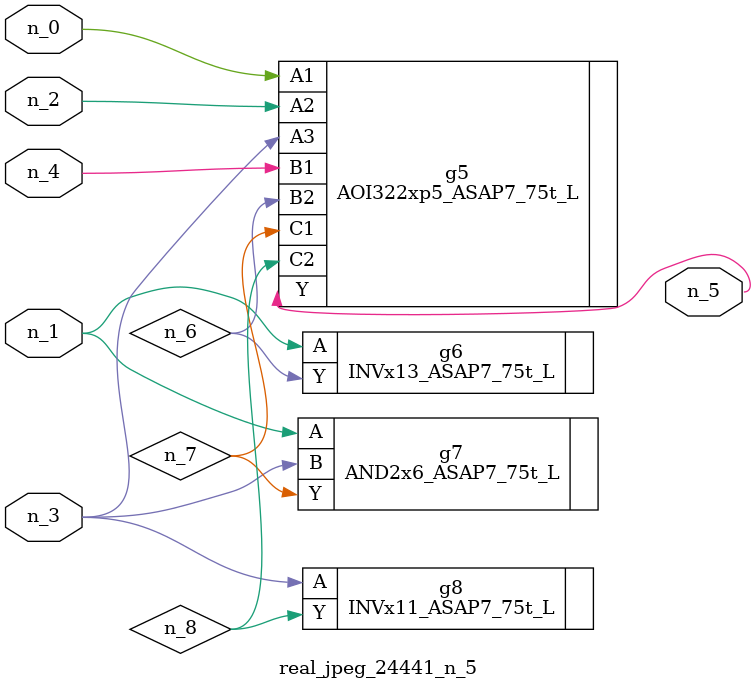
<source format=v>
module real_jpeg_24441_n_5 (n_4, n_0, n_1, n_2, n_3, n_5);

input n_4;
input n_0;
input n_1;
input n_2;
input n_3;

output n_5;

wire n_8;
wire n_6;
wire n_7;

AOI322xp5_ASAP7_75t_L g5 ( 
.A1(n_0),
.A2(n_2),
.A3(n_3),
.B1(n_4),
.B2(n_6),
.C1(n_7),
.C2(n_8),
.Y(n_5)
);

INVx13_ASAP7_75t_L g6 ( 
.A(n_1),
.Y(n_6)
);

AND2x6_ASAP7_75t_L g7 ( 
.A(n_1),
.B(n_3),
.Y(n_7)
);

INVx11_ASAP7_75t_L g8 ( 
.A(n_3),
.Y(n_8)
);


endmodule
</source>
